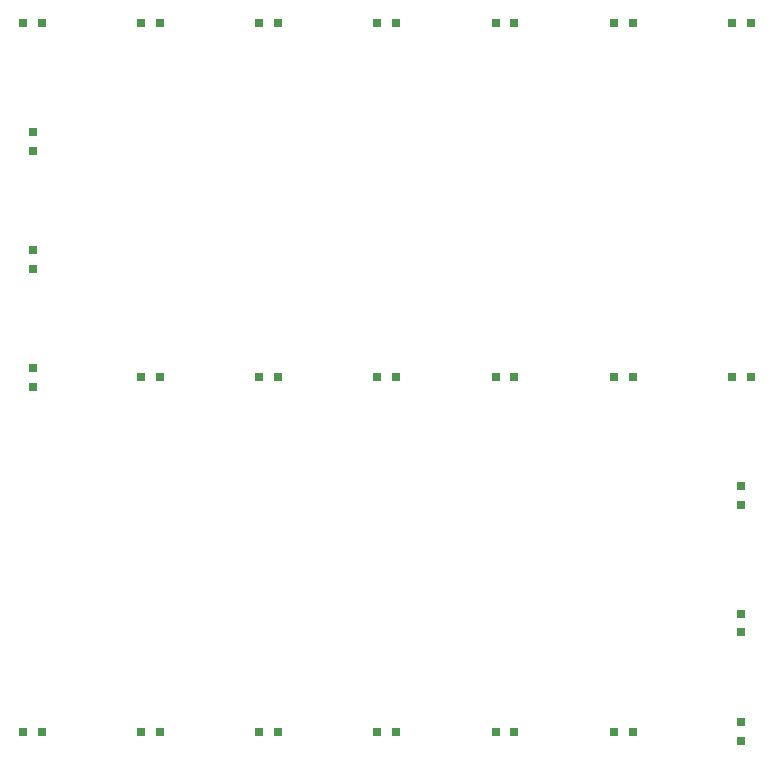
<source format=gtp>
G04 #@! TF.GenerationSoftware,KiCad,Pcbnew,(5.0.2)-1*
G04 #@! TF.CreationDate,2019-02-25T23:41:49+09:00*
G04 #@! TF.ProjectId,Land,4c616e64-2e6b-4696-9361-645f70636258,rev?*
G04 #@! TF.SameCoordinates,Original*
G04 #@! TF.FileFunction,Paste,Top*
G04 #@! TF.FilePolarity,Positive*
%FSLAX46Y46*%
G04 Gerber Fmt 4.6, Leading zero omitted, Abs format (unit mm)*
G04 Created by KiCad (PCBNEW (5.0.2)-1) date 2019/02/25 23:41:49*
%MOMM*%
%LPD*%
G01*
G04 APERTURE LIST*
%ADD10R,0.800000X0.800000*%
G04 APERTURE END LIST*
D10*
G04 #@! TO.C,D1*
X160800000Y-85000000D03*
X159200000Y-85000000D03*
G04 #@! TD*
G04 #@! TO.C,D2*
X149200000Y-85000000D03*
X150800000Y-85000000D03*
G04 #@! TD*
G04 #@! TO.C,D3*
X140800000Y-85000000D03*
X139200000Y-85000000D03*
G04 #@! TD*
G04 #@! TO.C,D4*
X129200000Y-85000000D03*
X130800000Y-85000000D03*
G04 #@! TD*
G04 #@! TO.C,D5*
X120800000Y-85000000D03*
X119200000Y-85000000D03*
G04 #@! TD*
G04 #@! TO.C,D6*
X109200000Y-85000000D03*
X110800000Y-85000000D03*
G04 #@! TD*
G04 #@! TO.C,D7*
X100800000Y-85000000D03*
X99200000Y-85000000D03*
G04 #@! TD*
G04 #@! TO.C,D8*
X100000000Y-95800000D03*
X100000000Y-94200000D03*
G04 #@! TD*
G04 #@! TO.C,D9*
X100000000Y-104200000D03*
X100000000Y-105800000D03*
G04 #@! TD*
G04 #@! TO.C,D10*
X100000000Y-114200000D03*
X100000000Y-115800000D03*
G04 #@! TD*
G04 #@! TO.C,D11*
X110800000Y-115000000D03*
X109200000Y-115000000D03*
G04 #@! TD*
G04 #@! TO.C,D12*
X120800000Y-115000000D03*
X119200000Y-115000000D03*
G04 #@! TD*
G04 #@! TO.C,D13*
X130800000Y-115000000D03*
X129200000Y-115000000D03*
G04 #@! TD*
G04 #@! TO.C,D14*
X140800000Y-115000000D03*
X139200000Y-115000000D03*
G04 #@! TD*
G04 #@! TO.C,D15*
X149200000Y-115000000D03*
X150800000Y-115000000D03*
G04 #@! TD*
G04 #@! TO.C,D16*
X159200000Y-115000000D03*
X160800000Y-115000000D03*
G04 #@! TD*
G04 #@! TO.C,D17*
X160000000Y-125800000D03*
X160000000Y-124200000D03*
G04 #@! TD*
G04 #@! TO.C,D18*
X160000000Y-135000000D03*
X160000000Y-136600000D03*
G04 #@! TD*
G04 #@! TO.C,D19*
X160000000Y-145800000D03*
X160000000Y-144200000D03*
G04 #@! TD*
G04 #@! TO.C,D20*
X150800000Y-145000000D03*
X149200000Y-145000000D03*
G04 #@! TD*
G04 #@! TO.C,D21*
X139200000Y-145000000D03*
X140800000Y-145000000D03*
G04 #@! TD*
G04 #@! TO.C,D22*
X130800000Y-145000000D03*
X129200000Y-145000000D03*
G04 #@! TD*
G04 #@! TO.C,D23*
X119200000Y-145000000D03*
X120800000Y-145000000D03*
G04 #@! TD*
G04 #@! TO.C,D24*
X109200000Y-145000000D03*
X110800000Y-145000000D03*
G04 #@! TD*
G04 #@! TO.C,D25*
X100800000Y-145000000D03*
X99200000Y-145000000D03*
G04 #@! TD*
M02*

</source>
